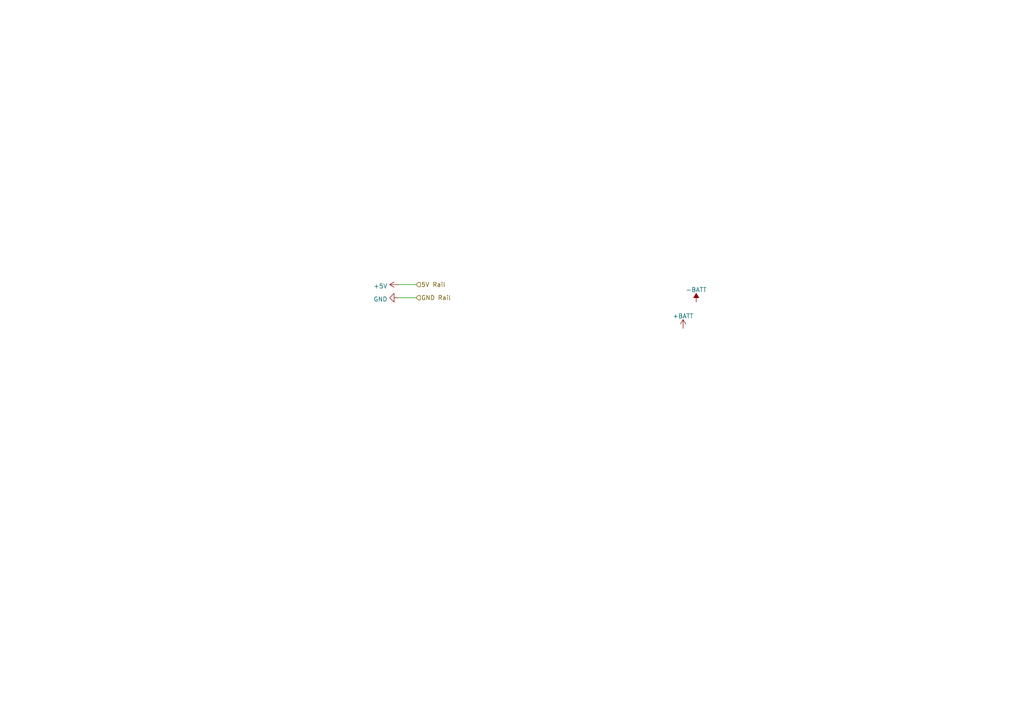
<source format=kicad_sch>
(kicad_sch (version 20211123) (generator eeschema)

  (uuid acd99081-7467-46ee-8cc5-d309e3faa707)

  (paper "A4")

  (lib_symbols
    (symbol "power:+5V" (power) (pin_names (offset 0)) (in_bom yes) (on_board yes)
      (property "Reference" "#PWR" (id 0) (at 0 -3.81 0)
        (effects (font (size 1.27 1.27)) hide)
      )
      (property "Value" "+5V" (id 1) (at 0 3.556 0)
        (effects (font (size 1.27 1.27)))
      )
      (property "Footprint" "" (id 2) (at 0 0 0)
        (effects (font (size 1.27 1.27)) hide)
      )
      (property "Datasheet" "" (id 3) (at 0 0 0)
        (effects (font (size 1.27 1.27)) hide)
      )
      (property "ki_keywords" "power-flag" (id 4) (at 0 0 0)
        (effects (font (size 1.27 1.27)) hide)
      )
      (property "ki_description" "Power symbol creates a global label with name \"+5V\"" (id 5) (at 0 0 0)
        (effects (font (size 1.27 1.27)) hide)
      )
      (symbol "+5V_0_1"
        (polyline
          (pts
            (xy -0.762 1.27)
            (xy 0 2.54)
          )
          (stroke (width 0) (type default) (color 0 0 0 0))
          (fill (type none))
        )
        (polyline
          (pts
            (xy 0 0)
            (xy 0 2.54)
          )
          (stroke (width 0) (type default) (color 0 0 0 0))
          (fill (type none))
        )
        (polyline
          (pts
            (xy 0 2.54)
            (xy 0.762 1.27)
          )
          (stroke (width 0) (type default) (color 0 0 0 0))
          (fill (type none))
        )
      )
      (symbol "+5V_1_1"
        (pin power_in line (at 0 0 90) (length 0) hide
          (name "+5V" (effects (font (size 1.27 1.27))))
          (number "1" (effects (font (size 1.27 1.27))))
        )
      )
    )
    (symbol "power:+BATT" (power) (pin_names (offset 0)) (in_bom yes) (on_board yes)
      (property "Reference" "#PWR" (id 0) (at 0 -3.81 0)
        (effects (font (size 1.27 1.27)) hide)
      )
      (property "Value" "+BATT" (id 1) (at 0 3.556 0)
        (effects (font (size 1.27 1.27)))
      )
      (property "Footprint" "" (id 2) (at 0 0 0)
        (effects (font (size 1.27 1.27)) hide)
      )
      (property "Datasheet" "" (id 3) (at 0 0 0)
        (effects (font (size 1.27 1.27)) hide)
      )
      (property "ki_keywords" "power-flag battery" (id 4) (at 0 0 0)
        (effects (font (size 1.27 1.27)) hide)
      )
      (property "ki_description" "Power symbol creates a global label with name \"+BATT\"" (id 5) (at 0 0 0)
        (effects (font (size 1.27 1.27)) hide)
      )
      (symbol "+BATT_0_1"
        (polyline
          (pts
            (xy -0.762 1.27)
            (xy 0 2.54)
          )
          (stroke (width 0) (type default) (color 0 0 0 0))
          (fill (type none))
        )
        (polyline
          (pts
            (xy 0 0)
            (xy 0 2.54)
          )
          (stroke (width 0) (type default) (color 0 0 0 0))
          (fill (type none))
        )
        (polyline
          (pts
            (xy 0 2.54)
            (xy 0.762 1.27)
          )
          (stroke (width 0) (type default) (color 0 0 0 0))
          (fill (type none))
        )
      )
      (symbol "+BATT_1_1"
        (pin power_in line (at 0 0 90) (length 0) hide
          (name "+BATT" (effects (font (size 1.27 1.27))))
          (number "1" (effects (font (size 1.27 1.27))))
        )
      )
    )
    (symbol "power:-BATT" (power) (pin_names (offset 0)) (in_bom yes) (on_board yes)
      (property "Reference" "#PWR" (id 0) (at 0 -3.81 0)
        (effects (font (size 1.27 1.27)) hide)
      )
      (property "Value" "-BATT" (id 1) (at 0 3.556 0)
        (effects (font (size 1.27 1.27)))
      )
      (property "Footprint" "" (id 2) (at 0 0 0)
        (effects (font (size 1.27 1.27)) hide)
      )
      (property "Datasheet" "" (id 3) (at 0 0 0)
        (effects (font (size 1.27 1.27)) hide)
      )
      (property "ki_keywords" "power-flag battery" (id 4) (at 0 0 0)
        (effects (font (size 1.27 1.27)) hide)
      )
      (property "ki_description" "Power symbol creates a global label with name \"-BATT\"" (id 5) (at 0 0 0)
        (effects (font (size 1.27 1.27)) hide)
      )
      (symbol "-BATT_0_1"
        (polyline
          (pts
            (xy 0 0)
            (xy 0 2.54)
          )
          (stroke (width 0) (type default) (color 0 0 0 0))
          (fill (type none))
        )
        (polyline
          (pts
            (xy 0.762 1.27)
            (xy -0.762 1.27)
            (xy 0 2.54)
            (xy 0.762 1.27)
          )
          (stroke (width 0) (type default) (color 0 0 0 0))
          (fill (type outline))
        )
      )
      (symbol "-BATT_1_1"
        (pin power_in line (at 0 0 90) (length 0) hide
          (name "-BATT" (effects (font (size 1.27 1.27))))
          (number "1" (effects (font (size 1.27 1.27))))
        )
      )
    )
    (symbol "power:GND" (power) (pin_names (offset 0)) (in_bom yes) (on_board yes)
      (property "Reference" "#PWR" (id 0) (at 0 -6.35 0)
        (effects (font (size 1.27 1.27)) hide)
      )
      (property "Value" "GND" (id 1) (at 0 -3.81 0)
        (effects (font (size 1.27 1.27)))
      )
      (property "Footprint" "" (id 2) (at 0 0 0)
        (effects (font (size 1.27 1.27)) hide)
      )
      (property "Datasheet" "" (id 3) (at 0 0 0)
        (effects (font (size 1.27 1.27)) hide)
      )
      (property "ki_keywords" "power-flag" (id 4) (at 0 0 0)
        (effects (font (size 1.27 1.27)) hide)
      )
      (property "ki_description" "Power symbol creates a global label with name \"GND\" , ground" (id 5) (at 0 0 0)
        (effects (font (size 1.27 1.27)) hide)
      )
      (symbol "GND_0_1"
        (polyline
          (pts
            (xy 0 0)
            (xy 0 -1.27)
            (xy 1.27 -1.27)
            (xy 0 -2.54)
            (xy -1.27 -1.27)
            (xy 0 -1.27)
          )
          (stroke (width 0) (type default) (color 0 0 0 0))
          (fill (type none))
        )
      )
      (symbol "GND_1_1"
        (pin power_in line (at 0 0 270) (length 0) hide
          (name "GND" (effects (font (size 1.27 1.27))))
          (number "1" (effects (font (size 1.27 1.27))))
        )
      )
    )
  )


  (wire (pts (xy 115.57 86.36) (xy 120.65 86.36))
    (stroke (width 0) (type default) (color 0 0 0 0))
    (uuid abffb23e-9d39-459e-8882-5c6aeddda660)
  )
  (wire (pts (xy 115.57 82.55) (xy 120.65 82.55))
    (stroke (width 0) (type default) (color 0 0 0 0))
    (uuid afad7891-8651-4498-9b37-060686dfbd4a)
  )

  (hierarchical_label "5V Rail" (shape input) (at 120.65 82.55 0)
    (effects (font (size 1.27 1.27)) (justify left))
    (uuid 0ba347c7-5c53-42a1-b3b0-1df6b991a4c8)
  )
  (hierarchical_label "GND Rail" (shape input) (at 120.65 86.36 0)
    (effects (font (size 1.27 1.27)) (justify left))
    (uuid 11fce8cf-c87b-4786-b59b-c9f382aaecd1)
  )

  (symbol (lib_id "power:-BATT") (at 201.93 87.63 0) (unit 1)
    (in_bom yes) (on_board yes) (fields_autoplaced)
    (uuid 228807da-9a05-4f13-afbe-e168d4af77c3)
    (property "Reference" "#PWR?" (id 0) (at 201.93 91.44 0)
      (effects (font (size 1.27 1.27)) hide)
    )
    (property "Value" "-BATT" (id 1) (at 201.93 84.0542 0))
    (property "Footprint" "" (id 2) (at 201.93 87.63 0)
      (effects (font (size 1.27 1.27)) hide)
    )
    (property "Datasheet" "" (id 3) (at 201.93 87.63 0)
      (effects (font (size 1.27 1.27)) hide)
    )
    (pin "1" (uuid 22d566ab-a7ec-413e-bf31-94e389c94bd6))
  )

  (symbol (lib_id "power:GND") (at 115.57 86.36 270) (unit 1)
    (in_bom yes) (on_board yes) (fields_autoplaced)
    (uuid 4e37068e-37e0-448d-bc61-a517bb70938d)
    (property "Reference" "#PWR?" (id 0) (at 109.22 86.36 0)
      (effects (font (size 1.27 1.27)) hide)
    )
    (property "Value" "GND" (id 1) (at 112.3951 86.7938 90)
      (effects (font (size 1.27 1.27)) (justify right))
    )
    (property "Footprint" "" (id 2) (at 115.57 86.36 0)
      (effects (font (size 1.27 1.27)) hide)
    )
    (property "Datasheet" "" (id 3) (at 115.57 86.36 0)
      (effects (font (size 1.27 1.27)) hide)
    )
    (pin "1" (uuid 6481279d-b3a3-4da8-a9d5-791a13e427ac))
  )

  (symbol (lib_id "power:+BATT") (at 198.12 95.25 0) (unit 1)
    (in_bom yes) (on_board yes) (fields_autoplaced)
    (uuid c3f282bb-b789-4ee5-bc75-03d4568af5fe)
    (property "Reference" "#PWR?" (id 0) (at 198.12 99.06 0)
      (effects (font (size 1.27 1.27)) hide)
    )
    (property "Value" "+BATT" (id 1) (at 198.12 91.6742 0))
    (property "Footprint" "" (id 2) (at 198.12 95.25 0)
      (effects (font (size 1.27 1.27)) hide)
    )
    (property "Datasheet" "" (id 3) (at 198.12 95.25 0)
      (effects (font (size 1.27 1.27)) hide)
    )
    (pin "1" (uuid 7f3ba1ab-5bf5-4e03-8441-be63beb8b874))
  )

  (symbol (lib_id "power:+5V") (at 115.57 82.55 90) (unit 1)
    (in_bom yes) (on_board yes) (fields_autoplaced)
    (uuid ca38ea77-ebbd-4ae0-be18-474125852d96)
    (property "Reference" "#PWR?" (id 0) (at 119.38 82.55 0)
      (effects (font (size 1.27 1.27)) hide)
    )
    (property "Value" "+5V" (id 1) (at 112.3951 82.9838 90)
      (effects (font (size 1.27 1.27)) (justify left))
    )
    (property "Footprint" "" (id 2) (at 115.57 82.55 0)
      (effects (font (size 1.27 1.27)) hide)
    )
    (property "Datasheet" "" (id 3) (at 115.57 82.55 0)
      (effects (font (size 1.27 1.27)) hide)
    )
    (pin "1" (uuid abae2207-8368-42e6-b526-37e90453997e))
  )
)

</source>
